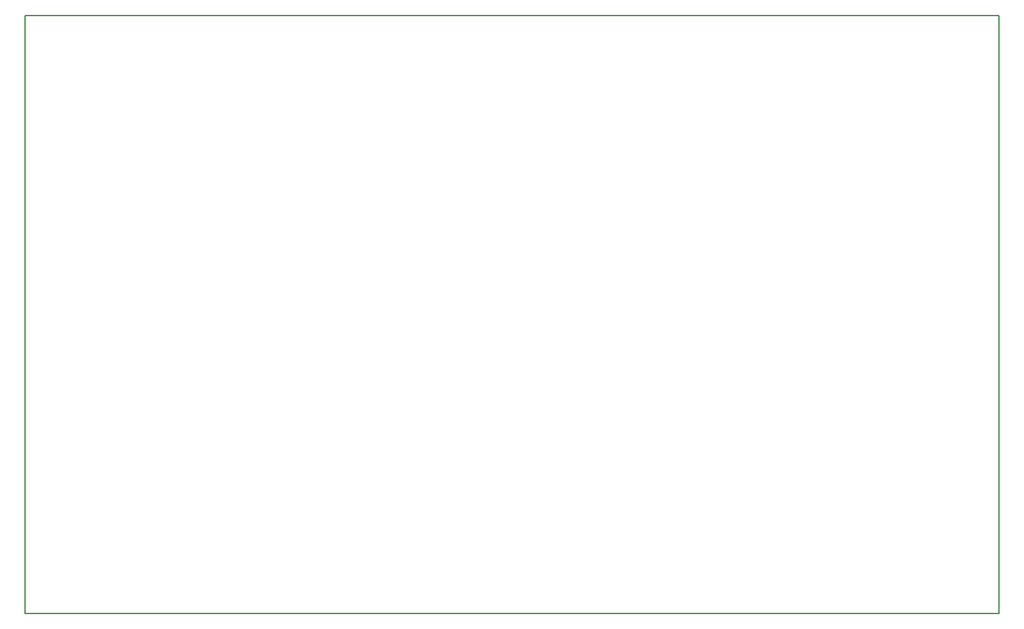
<source format=gbr>
G04 #@! TF.GenerationSoftware,KiCad,Pcbnew,(5.1.9)-1*
G04 #@! TF.CreationDate,2021-09-19T00:14:35-05:00*
G04 #@! TF.ProjectId,atmel_vga,61746d65-6c5f-4766-9761-2e6b69636164,rev?*
G04 #@! TF.SameCoordinates,Original*
G04 #@! TF.FileFunction,Profile,NP*
%FSLAX46Y46*%
G04 Gerber Fmt 4.6, Leading zero omitted, Abs format (unit mm)*
G04 Created by KiCad (PCBNEW (5.1.9)-1) date 2021-09-19 00:14:35*
%MOMM*%
%LPD*%
G01*
G04 APERTURE LIST*
G04 #@! TA.AperFunction,Profile*
%ADD10C,0.150000*%
G04 #@! TD*
G04 APERTURE END LIST*
D10*
X204470000Y-67310000D02*
X204470000Y-142240000D01*
X82550000Y-67310000D02*
X204470000Y-67310000D01*
X82550000Y-142240000D02*
X82550000Y-67310000D01*
X204470000Y-142240000D02*
X82550000Y-142240000D01*
M02*

</source>
